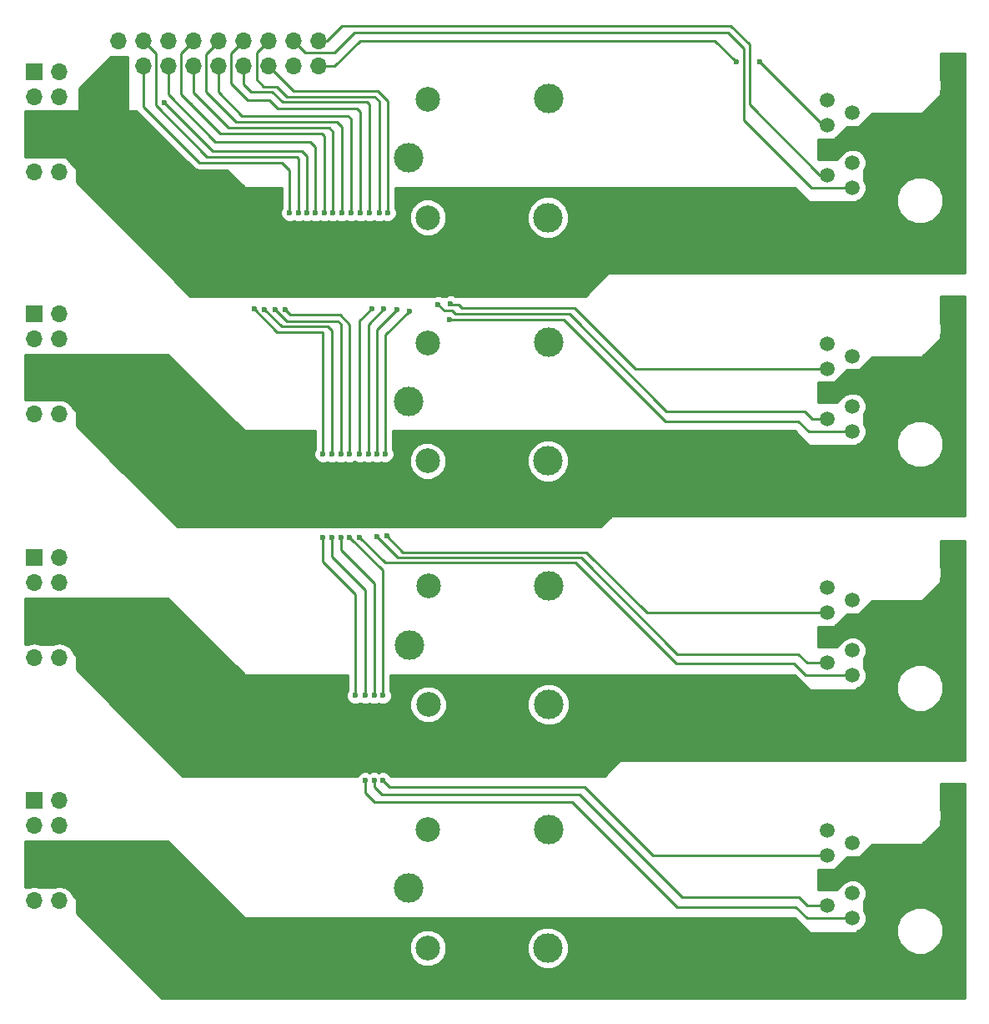
<source format=gbl>
G04 #@! TF.FileFunction,Copper,L2,Bot,Signal*
%FSLAX46Y46*%
G04 Gerber Fmt 4.6, Leading zero omitted, Abs format (unit mm)*
G04 Created by KiCad (PCBNEW 4.0.7) date 03/01/19 13:16:32*
%MOMM*%
%LPD*%
G01*
G04 APERTURE LIST*
%ADD10C,0.100000*%
%ADD11C,1.500000*%
%ADD12C,2.600000*%
%ADD13C,2.500000*%
%ADD14C,3.000000*%
%ADD15R,1.700000X1.700000*%
%ADD16O,1.700000X1.700000*%
%ADD17C,0.600000*%
%ADD18C,0.250000*%
%ADD19C,1.000000*%
%ADD20C,0.254000*%
G04 APERTURE END LIST*
D10*
D11*
X223075500Y-136652000D03*
X223075500Y-139192000D03*
X223075500Y-141732000D03*
X223075500Y-144272000D03*
X220535500Y-135382000D03*
X220535500Y-137922000D03*
X220535500Y-140462000D03*
X220535500Y-143002000D03*
D12*
X233235500Y-147574000D03*
X233235500Y-131826000D03*
D13*
X179940500Y-73169500D03*
D14*
X192140500Y-73169500D03*
X192190500Y-61119500D03*
D13*
X179940500Y-61169500D03*
D14*
X177990500Y-67119500D03*
D13*
X179940500Y-147274000D03*
D14*
X192140500Y-147274000D03*
X192190500Y-135224000D03*
D13*
X179940500Y-135274000D03*
D14*
X177990500Y-141224000D03*
D13*
X179940500Y-97871000D03*
D14*
X192140500Y-97871000D03*
X192190500Y-85821000D03*
D13*
X179940500Y-85871000D03*
D14*
X177990500Y-91821000D03*
D13*
X180004000Y-122572500D03*
D14*
X192204000Y-122572500D03*
X192254000Y-110522500D03*
D13*
X180004000Y-110572500D03*
D14*
X178054000Y-116522500D03*
D15*
X148526500Y-57785000D03*
D16*
X148526500Y-55245000D03*
X151066500Y-57785000D03*
X151066500Y-55245000D03*
X153606500Y-57785000D03*
X153606500Y-55245000D03*
X156146500Y-57785000D03*
X156146500Y-55245000D03*
X158686500Y-57785000D03*
X158686500Y-55245000D03*
X161226500Y-57785000D03*
X161226500Y-55245000D03*
X163766500Y-57785000D03*
X163766500Y-55245000D03*
X166306500Y-57785000D03*
X166306500Y-55245000D03*
X168846500Y-57785000D03*
X168846500Y-55245000D03*
D15*
X140004800Y-58369200D03*
D16*
X142544800Y-58369200D03*
X140004800Y-60909200D03*
X142544800Y-60909200D03*
X140004800Y-63449200D03*
X142544800Y-63449200D03*
X140004800Y-65989200D03*
X142544800Y-65989200D03*
X140004800Y-68529200D03*
X142544800Y-68529200D03*
D15*
X140004800Y-132334000D03*
D16*
X142544800Y-132334000D03*
X140004800Y-134874000D03*
X142544800Y-134874000D03*
X140004800Y-137414000D03*
X142544800Y-137414000D03*
X140004800Y-139954000D03*
X142544800Y-139954000D03*
X140004800Y-142494000D03*
X142544800Y-142494000D03*
D15*
X140004800Y-107645200D03*
D16*
X142544800Y-107645200D03*
X140004800Y-110185200D03*
X142544800Y-110185200D03*
X140004800Y-112725200D03*
X142544800Y-112725200D03*
X140004800Y-115265200D03*
X142544800Y-115265200D03*
X140004800Y-117805200D03*
X142544800Y-117805200D03*
D15*
X140004800Y-82956400D03*
D16*
X142544800Y-82956400D03*
X140004800Y-85496400D03*
X142544800Y-85496400D03*
X140004800Y-88036400D03*
X142544800Y-88036400D03*
X140004800Y-90576400D03*
X142544800Y-90576400D03*
X140004800Y-93116400D03*
X142544800Y-93116400D03*
D11*
X223075500Y-62547500D03*
X223075500Y-65087500D03*
X223075500Y-67627500D03*
X223075500Y-70167500D03*
X220535500Y-61277500D03*
X220535500Y-63817500D03*
X220535500Y-66357500D03*
X220535500Y-68897500D03*
D12*
X233235500Y-73469500D03*
X233235500Y-57721500D03*
D11*
X223075500Y-87249000D03*
X223075500Y-89789000D03*
X223075500Y-92329000D03*
X223075500Y-94869000D03*
X220535500Y-85979000D03*
X220535500Y-88519000D03*
X220535500Y-91059000D03*
X220535500Y-93599000D03*
D12*
X233235500Y-98171000D03*
X233235500Y-82423000D03*
D11*
X223075500Y-112014000D03*
X223075500Y-114554000D03*
X223075500Y-117094000D03*
X223075500Y-119634000D03*
X220535500Y-110744000D03*
X220535500Y-113284000D03*
X220535500Y-115824000D03*
X220535500Y-118364000D03*
D12*
X233235500Y-122936000D03*
X233235500Y-107188000D03*
D17*
X152247600Y-76504800D03*
X152209500Y-101041200D03*
X152019000Y-125730000D03*
X213614000Y-57378600D03*
X211251800Y-57378600D03*
X174040800Y-72694800D03*
X182168800Y-83515200D03*
X173126400Y-72694800D03*
X182270400Y-81940400D03*
X175869600Y-72694800D03*
X181000400Y-81991200D03*
X175006000Y-72694800D03*
X173913800Y-97129600D03*
X175463200Y-82448400D03*
X170332400Y-72694800D03*
X174244000Y-82397600D03*
X169468800Y-72694800D03*
X173024800Y-97155000D03*
X173024800Y-105587800D03*
X178054000Y-82651600D03*
X172161200Y-72694800D03*
X175793400Y-105486200D03*
X175641000Y-97155000D03*
X174777400Y-105537000D03*
X174777400Y-97155000D03*
X176784000Y-82499200D03*
X171196000Y-72694800D03*
X162356800Y-82448400D03*
X172593000Y-121666000D03*
X169291000Y-97155000D03*
X169291000Y-105638600D03*
X165912800Y-72694800D03*
X153212800Y-61518800D03*
X167690800Y-72694800D03*
X164439600Y-82499200D03*
X174498000Y-130302000D03*
X174498000Y-121666000D03*
X171119800Y-97180400D03*
X171119800Y-105638600D03*
X173609000Y-130302000D03*
X173609000Y-121666000D03*
X170205400Y-97155000D03*
X170205400Y-105587800D03*
X166827200Y-72694800D03*
X163372800Y-82499200D03*
X163322000Y-150495000D03*
X165455600Y-82499200D03*
X175387000Y-130302000D03*
X175387000Y-121666000D03*
X172034200Y-97155000D03*
X172034200Y-105613200D03*
X168554400Y-72694800D03*
D18*
X152247600Y-76504800D02*
X152247600Y-76517500D01*
X152247600Y-76517500D02*
X152247600Y-76504800D01*
X152247600Y-76504800D02*
X152247600Y-76517500D01*
X163322000Y-76454000D02*
X163322000Y-76517500D01*
X163322000Y-76517500D02*
X163322000Y-76454000D01*
X163322000Y-76454000D02*
X163322000Y-76517500D01*
X233235500Y-57721500D02*
X233235500Y-73469500D01*
X223075500Y-65087500D02*
X232219500Y-65087500D01*
X233235500Y-64071500D02*
X233235500Y-57721500D01*
X232219500Y-65087500D02*
X233235500Y-64071500D01*
D19*
X157226000Y-76517500D02*
X152247600Y-76517500D01*
X227012500Y-67056000D02*
X225044000Y-65087500D01*
X223075500Y-65087500D02*
X225044000Y-65087500D01*
X222948500Y-76517500D02*
X163322000Y-76517500D01*
X163322000Y-76517500D02*
X157226000Y-76517500D01*
X227012500Y-72453500D02*
X222948500Y-76517500D01*
X227012500Y-72453500D02*
X227012500Y-67056000D01*
X148526500Y-57785000D02*
X148526500Y-59055000D01*
X144272000Y-63309500D02*
X142557500Y-63309500D01*
X148526500Y-59055000D02*
X144272000Y-63309500D01*
X223075500Y-65087500D02*
X222631000Y-65087500D01*
X222631000Y-65087500D02*
X221678500Y-66040000D01*
X221678500Y-66040000D02*
X220853000Y-66040000D01*
X220853000Y-66040000D02*
X220535500Y-66357500D01*
D18*
X140652500Y-63309500D02*
X140017500Y-63309500D01*
D19*
X140017500Y-65849500D02*
X140017500Y-63309500D01*
X142557500Y-65849500D02*
X140017500Y-65849500D01*
X142557500Y-63309500D02*
X142557500Y-65849500D01*
X140017500Y-63309500D02*
X142557500Y-63309500D01*
D18*
X152171400Y-101079300D02*
X152171400Y-101219000D01*
X152209500Y-101041200D02*
X152171400Y-101079300D01*
X165735000Y-101092000D02*
X165735000Y-101219000D01*
X165735000Y-101219000D02*
X165735000Y-101092000D01*
X165735000Y-101092000D02*
X165735000Y-101219000D01*
D19*
X233235500Y-82423000D02*
X233235500Y-98171000D01*
X223075500Y-89789000D02*
X231648000Y-89789000D01*
X233235500Y-88201500D02*
X233235500Y-82423000D01*
X231648000Y-89789000D02*
X233235500Y-88201500D01*
X157226000Y-101219000D02*
X152171400Y-101219000D01*
X227012500Y-91757500D02*
X225044000Y-89789000D01*
X223075500Y-89789000D02*
X225044000Y-89789000D01*
X222948500Y-101219000D02*
X165735000Y-101219000D01*
X165735000Y-101219000D02*
X157226000Y-101219000D01*
X227012500Y-97155000D02*
X222948500Y-101219000D01*
X227012500Y-97155000D02*
X227012500Y-91757500D01*
X223075500Y-89789000D02*
X222631000Y-89789000D01*
X222631000Y-89789000D02*
X221678500Y-90741500D01*
X221678500Y-90741500D02*
X220853000Y-90741500D01*
X220853000Y-90741500D02*
X220535500Y-91059000D01*
D18*
X140652500Y-88011000D02*
X140017500Y-88011000D01*
D19*
X140017500Y-90551000D02*
X140017500Y-88011000D01*
X142557500Y-88011000D02*
X142557500Y-90551000D01*
X140017500Y-88011000D02*
X142557500Y-88011000D01*
X142557500Y-90551000D02*
X140017500Y-90551000D01*
D18*
X152019000Y-125730000D02*
X152019000Y-125920500D01*
X152019000Y-125920500D02*
X152019000Y-125730000D01*
X152019000Y-125730000D02*
X152019000Y-125920500D01*
D19*
X157289500Y-125920500D02*
X152019000Y-125920500D01*
D18*
X140716000Y-112712500D02*
X140081000Y-112712500D01*
D19*
X140081000Y-115252500D02*
X140081000Y-112712500D01*
X142621000Y-115252500D02*
X140081000Y-115252500D01*
X142621000Y-112712500D02*
X142621000Y-115252500D01*
X140081000Y-112712500D02*
X142621000Y-112712500D01*
D18*
X233235500Y-107188000D02*
X233235500Y-122936000D01*
X223075500Y-114554000D02*
X231394000Y-114554000D01*
X233235500Y-112712500D02*
X233235500Y-107188000D01*
X231394000Y-114554000D02*
X233235500Y-112712500D01*
D19*
X227076000Y-116459000D02*
X225107500Y-114490500D01*
X223139000Y-114490500D02*
X225107500Y-114490500D01*
X223012000Y-125920500D02*
X157289500Y-125920500D01*
X227076000Y-121856500D02*
X223012000Y-125920500D01*
X227076000Y-121856500D02*
X227076000Y-116459000D01*
X223139000Y-114490500D02*
X222694500Y-114490500D01*
X222694500Y-114490500D02*
X221742000Y-115443000D01*
X221742000Y-115443000D02*
X220916500Y-115443000D01*
X220916500Y-115443000D02*
X220599000Y-115760500D01*
D18*
X223075500Y-67627500D02*
X223481900Y-67627500D01*
X223075500Y-70167500D02*
X218935300Y-70167500D01*
X212026500Y-63258700D02*
X212026500Y-56007000D01*
X218935300Y-70167500D02*
X212026500Y-63258700D01*
X167513000Y-56451500D02*
X166306500Y-55245000D01*
X212026500Y-56007000D02*
X210439000Y-54419500D01*
X210439000Y-54419500D02*
X172529500Y-54419500D01*
X172529500Y-54419500D02*
X170497500Y-56451500D01*
X170497500Y-56451500D02*
X167513000Y-56451500D01*
X211099400Y-57226200D02*
X211251800Y-57378600D01*
X213614000Y-57378600D02*
X220052900Y-63817500D01*
X220052900Y-63817500D02*
X220535500Y-63817500D01*
X168846500Y-57785000D02*
X170510200Y-57785000D01*
X211099400Y-57226200D02*
X211150200Y-57226200D01*
X209092800Y-55219600D02*
X211099400Y-57226200D01*
X173075600Y-55219600D02*
X209092800Y-55219600D01*
X170510200Y-57785000D02*
X173075600Y-55219600D01*
X220535500Y-68897500D02*
X219773500Y-68897500D01*
X212598000Y-61722000D02*
X212598000Y-58039000D01*
X219773500Y-68897500D02*
X212598000Y-61722000D01*
X168846500Y-55245000D02*
X169735500Y-55245000D01*
X212598000Y-55626000D02*
X212598000Y-58039000D01*
X210693000Y-53721000D02*
X212598000Y-55626000D01*
X171259500Y-53721000D02*
X210693000Y-53721000D01*
X169735500Y-55245000D02*
X171259500Y-53721000D01*
X165214300Y-61455300D02*
X173774100Y-61455300D01*
X174040800Y-61722000D02*
X174040800Y-72694800D01*
X173774100Y-61455300D02*
X174040800Y-61722000D01*
X165214300Y-61455300D02*
X164147500Y-60388500D01*
X161226500Y-57785000D02*
X161226500Y-59626500D01*
X161988500Y-60388500D02*
X161226500Y-59626500D01*
X164147500Y-60388500D02*
X161988500Y-60388500D01*
X217576400Y-93827600D02*
X204063600Y-93827600D01*
X204063600Y-93827600D02*
X193751200Y-83515200D01*
X223075500Y-94869000D02*
X218617800Y-94869000D01*
X218617800Y-94869000D02*
X217576400Y-93827600D01*
X163893500Y-61277500D02*
X161671000Y-61277500D01*
X161671000Y-61277500D02*
X159956500Y-59563000D01*
X159956500Y-59563000D02*
X159956500Y-56515000D01*
X159956500Y-56515000D02*
X161226500Y-55245000D01*
X164693600Y-62077600D02*
X163893500Y-61277500D01*
X172770800Y-62077600D02*
X173126400Y-62433200D01*
X173126400Y-62433200D02*
X173126400Y-72694800D01*
X164693600Y-62077600D02*
X172770800Y-62077600D01*
X193751200Y-83515200D02*
X182168800Y-83515200D01*
X223075500Y-94869000D02*
X223075500Y-95440500D01*
X220535500Y-88519000D02*
X201041000Y-88519000D01*
X201041000Y-88519000D02*
X194868800Y-82346800D01*
X183108600Y-82016600D02*
X182346600Y-82016600D01*
X182346600Y-82016600D02*
X182270400Y-81940400D01*
X183438800Y-82346800D02*
X185724800Y-82346800D01*
X183108600Y-82016600D02*
X183438800Y-82346800D01*
X175869600Y-61366400D02*
X175869600Y-72694800D01*
X166350950Y-60369450D02*
X174872650Y-60369450D01*
X174872650Y-60369450D02*
X175869600Y-61366400D01*
X194868800Y-82346800D02*
X185724800Y-82346800D01*
X166350950Y-60369450D02*
X163766500Y-57785000D01*
X218217750Y-92805250D02*
X204184250Y-92805250D01*
X204184250Y-92805250D02*
X194335400Y-82956400D01*
X181000400Y-81991200D02*
X181610000Y-82600800D01*
X182422800Y-82600800D02*
X182778400Y-82956400D01*
X181610000Y-82600800D02*
X182422800Y-82600800D01*
X183083200Y-82956400D02*
X182778400Y-82956400D01*
X175006000Y-61366400D02*
X175006000Y-72694800D01*
X182880000Y-82956400D02*
X183083200Y-82956400D01*
X165538150Y-60826650D02*
X165538150Y-60839350D01*
X162560000Y-59182000D02*
X162560000Y-56451500D01*
X162560000Y-56451500D02*
X163766500Y-55245000D01*
X165538150Y-60826650D02*
X164592000Y-59880500D01*
X164592000Y-59880500D02*
X163258500Y-59880500D01*
X163258500Y-59880500D02*
X162560000Y-59182000D01*
X165538150Y-60839350D02*
X165608000Y-60909200D01*
X165608000Y-60909200D02*
X174548800Y-60909200D01*
X174548800Y-60909200D02*
X175006000Y-61366400D01*
X183083200Y-82956400D02*
X183388000Y-82956400D01*
X220535500Y-93599000D02*
X219011500Y-93599000D01*
X219011500Y-93599000D02*
X218217750Y-92805250D01*
X194335400Y-82956400D02*
X183438800Y-82956400D01*
X173913800Y-83997800D02*
X173913800Y-84505800D01*
X175463200Y-82448400D02*
X173913800Y-83997800D01*
X173913800Y-84531200D02*
X173913800Y-97129600D01*
X156146500Y-60515500D02*
X156146500Y-57785000D01*
X157162500Y-61531500D02*
X157187900Y-61531500D01*
X170332400Y-64465200D02*
X170332400Y-72694800D01*
X169926000Y-64058800D02*
X170332400Y-64465200D01*
X159715200Y-64058800D02*
X169926000Y-64058800D01*
X157187900Y-61531500D02*
X159715200Y-64058800D01*
X157162500Y-61531500D02*
X156146500Y-60515500D01*
X217106500Y-118427500D02*
X205168500Y-118427500D01*
X205168500Y-118427500D02*
X194945000Y-108204000D01*
X173024800Y-83616800D02*
X173024800Y-84074000D01*
X174244000Y-82397600D02*
X173024800Y-83616800D01*
X154876500Y-60642500D02*
X158902400Y-64668400D01*
X169468800Y-64922400D02*
X169468800Y-72694800D01*
X169214800Y-64668400D02*
X169468800Y-64922400D01*
X158902400Y-64668400D02*
X169214800Y-64668400D01*
X176479200Y-108178600D02*
X176479200Y-108204000D01*
X194945000Y-108204000D02*
X176479200Y-108204000D01*
X223075500Y-119634000D02*
X218313000Y-119634000D01*
X218313000Y-119634000D02*
X217106500Y-118427500D01*
X173024800Y-84074000D02*
X173024800Y-97155000D01*
X173024800Y-105587800D02*
X175641000Y-108204000D01*
X175641000Y-108204000D02*
X176453800Y-108204000D01*
X176453800Y-108204000D02*
X176479200Y-108178600D01*
X154876500Y-56515000D02*
X156146500Y-55245000D01*
X154876500Y-60642500D02*
X154876500Y-56515000D01*
X155956000Y-61722000D02*
X154876500Y-60642500D01*
X223075500Y-119634000D02*
X223075500Y-119888000D01*
X220535500Y-113284000D02*
X202184000Y-113284000D01*
X202184000Y-113284000D02*
X196037200Y-107137200D01*
X175641000Y-85064600D02*
X175641000Y-89179400D01*
X178054000Y-82651600D02*
X175641000Y-85064600D01*
X172161200Y-63144400D02*
X172161200Y-72694800D01*
X171856400Y-62839600D02*
X172161200Y-63144400D01*
X177444400Y-107137200D02*
X177977800Y-107137200D01*
X175793400Y-105486200D02*
X177444400Y-107137200D01*
X175641000Y-89204800D02*
X175641000Y-97155000D01*
X158692850Y-60458350D02*
X158705550Y-60458350D01*
X158705550Y-60458350D02*
X161086800Y-62839600D01*
X158692850Y-60458350D02*
X158686500Y-60452000D01*
X161086800Y-62839600D02*
X171856400Y-62839600D01*
X177977800Y-107137200D02*
X178612800Y-107137200D01*
X196037200Y-107137200D02*
X178612800Y-107137200D01*
X158686500Y-60452000D02*
X158686500Y-57785000D01*
X217582750Y-117443250D02*
X205309048Y-117443250D01*
X205309048Y-117443250D02*
X195561798Y-107696000D01*
X174777400Y-84988400D02*
X174777400Y-85140800D01*
X174777400Y-105537000D02*
X176936400Y-107696000D01*
X174777400Y-85140800D02*
X174777400Y-97155000D01*
X176936400Y-107696000D02*
X177165000Y-107696000D01*
X174777400Y-84505800D02*
X174777400Y-84988400D01*
X174777400Y-84988400D02*
X174777400Y-85064600D01*
X176784000Y-82499200D02*
X174777400Y-84505800D01*
X171196000Y-63957200D02*
X171196000Y-72694800D01*
X170688000Y-63449200D02*
X171196000Y-63957200D01*
X195561798Y-107696000D02*
X177190400Y-107696000D01*
X157429200Y-60401200D02*
X160477200Y-63449200D01*
X160477200Y-63449200D02*
X170688000Y-63449200D01*
X158369000Y-61341000D02*
X157429200Y-60401200D01*
X157429200Y-60401200D02*
X157416500Y-60388500D01*
X157416500Y-60388500D02*
X157416500Y-56578500D01*
X220535500Y-118364000D02*
X218503500Y-118364000D01*
X217582750Y-117443250D02*
X218503500Y-118364000D01*
X157416500Y-56578500D02*
X158686500Y-55308500D01*
X158686500Y-55308500D02*
X158686500Y-55245000D01*
X158686500Y-55245000D02*
X158623000Y-55245000D01*
X164744400Y-84759800D02*
X165074600Y-84759800D01*
X164668200Y-84759800D02*
X164744400Y-84759800D01*
X164744400Y-84759800D02*
X164769800Y-84759800D01*
X162356800Y-82448400D02*
X164668200Y-84759800D01*
X172593000Y-111353600D02*
X172593000Y-112776000D01*
X172593000Y-112776000D02*
X172593000Y-121666000D01*
X165074600Y-84759800D02*
X169240200Y-84759800D01*
X169240200Y-84759800D02*
X169291000Y-84810600D01*
X169291000Y-84810600D02*
X169291000Y-97155000D01*
X169291000Y-105638600D02*
X169291000Y-108051600D01*
X169291000Y-108051600D02*
X172593000Y-111353600D01*
X164846000Y-84759800D02*
X165074600Y-84759800D01*
X151066500Y-57785000D02*
X151066500Y-61963300D01*
X165912800Y-68376800D02*
X165912800Y-72694800D01*
X165150800Y-67614800D02*
X165912800Y-68376800D01*
X156718000Y-67614800D02*
X165150800Y-67614800D01*
X151066500Y-61963300D02*
X156718000Y-67614800D01*
X217646250Y-142144750D02*
X205771750Y-142144750D01*
X205771750Y-142144750D02*
X195326000Y-131699000D01*
X165608000Y-83667600D02*
X165760400Y-83667600D01*
X153212800Y-61518800D02*
X158089600Y-66395600D01*
X158089600Y-66395600D02*
X167182800Y-66395600D01*
X167182800Y-66395600D02*
X167690800Y-66903600D01*
X167690800Y-66903600D02*
X167690800Y-72694800D01*
X175641000Y-131699000D02*
X195326000Y-131699000D01*
X175260000Y-131699000D02*
X175641000Y-131699000D01*
X174498000Y-130937000D02*
X175260000Y-131699000D01*
X174498000Y-130302000D02*
X174498000Y-130937000D01*
X174498000Y-112268000D02*
X174498000Y-121666000D01*
X165760400Y-83667600D02*
X170840400Y-83667600D01*
X170840400Y-83667600D02*
X171119800Y-83947000D01*
X171119800Y-83947000D02*
X171119800Y-97180400D01*
X171119800Y-105638600D02*
X171119800Y-106934000D01*
X171119800Y-106934000D02*
X174498000Y-110312200D01*
X174498000Y-110312200D02*
X174498000Y-112268000D01*
X164439600Y-82499200D02*
X165608000Y-83667600D01*
X218503500Y-143002000D02*
X217646250Y-142144750D01*
X220535500Y-143002000D02*
X218503500Y-143002000D01*
X217297000Y-143129000D02*
X205232000Y-143129000D01*
X205232000Y-143129000D02*
X194564000Y-132461000D01*
X218871800Y-144272000D02*
X218440000Y-144272000D01*
X218440000Y-144272000D02*
X217297000Y-143129000D01*
X223075500Y-144272000D02*
X218871800Y-144272000D01*
X165100000Y-84226400D02*
X165303200Y-84226400D01*
X151066500Y-55245000D02*
X152336500Y-56515000D01*
X152336500Y-59232800D02*
X152336500Y-56515000D01*
X175006000Y-132461000D02*
X194564000Y-132461000D01*
X174498000Y-132461000D02*
X175006000Y-132461000D01*
X152336500Y-61810900D02*
X157530800Y-67005200D01*
X152336500Y-59232800D02*
X152336500Y-61810900D01*
X173609000Y-131572000D02*
X174498000Y-132461000D01*
X173609000Y-130302000D02*
X173609000Y-131572000D01*
X173609000Y-112522000D02*
X173609000Y-121666000D01*
X165303200Y-84226400D02*
X169799000Y-84226400D01*
X169799000Y-84226400D02*
X170205400Y-84632800D01*
X170205400Y-84632800D02*
X170205400Y-97155000D01*
X170205400Y-105587800D02*
X170205400Y-107594400D01*
X170205400Y-107594400D02*
X173609000Y-110998000D01*
X173609000Y-110998000D02*
X173609000Y-112522000D01*
X157530800Y-67005200D02*
X166624000Y-67005200D01*
X166624000Y-67005200D02*
X166827200Y-67208400D01*
X166827200Y-67208400D02*
X166827200Y-72694800D01*
X163372800Y-82499200D02*
X165100000Y-84226400D01*
X223075500Y-144272000D02*
X223075500Y-144589500D01*
D19*
X227012500Y-141160500D02*
X225044000Y-139192000D01*
X225044000Y-139192000D02*
X223075500Y-139192000D01*
X227012500Y-146558000D02*
X227012500Y-141160500D01*
X220853000Y-140144500D02*
X220535500Y-140462000D01*
X221678500Y-140144500D02*
X220853000Y-140144500D01*
X222631000Y-139192000D02*
X221678500Y-140144500D01*
X223075500Y-139192000D02*
X222631000Y-139192000D01*
D18*
X163322000Y-150495000D02*
X163322000Y-150622000D01*
X163322000Y-150622000D02*
X163322000Y-150495000D01*
X163322000Y-150495000D02*
X163322000Y-150622000D01*
X233235500Y-131826000D02*
X233235500Y-147574000D01*
X223075500Y-139192000D02*
X231775000Y-139192000D01*
X233235500Y-137731500D02*
X233235500Y-131826000D01*
X231775000Y-139192000D02*
X233235500Y-137731500D01*
D19*
X140017500Y-137414000D02*
X142557500Y-137414000D01*
X142557500Y-137414000D02*
X142557500Y-139954000D01*
X142557500Y-139954000D02*
X140017500Y-139954000D01*
X140017500Y-139954000D02*
X140017500Y-137414000D01*
D18*
X140652500Y-137414000D02*
X140017500Y-137414000D01*
D19*
X146558000Y-139954000D02*
X148145500Y-141541500D01*
X142557500Y-139954000D02*
X146558000Y-139954000D01*
X157226000Y-150622000D02*
X148145500Y-141541500D01*
X222948500Y-150622000D02*
X163322000Y-150622000D01*
X163322000Y-150622000D02*
X157226000Y-150622000D01*
X227012500Y-146558000D02*
X222948500Y-150622000D01*
D18*
X220535500Y-137922000D02*
X202819000Y-137922000D01*
X202819000Y-137922000D02*
X195834000Y-130937000D01*
X166014400Y-83032600D02*
X166344600Y-83032600D01*
X165989000Y-83032600D02*
X166014400Y-83032600D01*
X166014400Y-83032600D02*
X166039800Y-83032600D01*
X165455600Y-82499200D02*
X165989000Y-83032600D01*
X175387000Y-108966000D02*
X175387000Y-112141000D01*
X175387000Y-112141000D02*
X175387000Y-121666000D01*
X166344600Y-83032600D02*
X171069000Y-83032600D01*
X171069000Y-83032600D02*
X172034200Y-83997800D01*
X172034200Y-83997800D02*
X172034200Y-97155000D01*
X172034200Y-105613200D02*
X175387000Y-108966000D01*
X175387000Y-130302000D02*
X176022000Y-130937000D01*
X176403000Y-130937000D02*
X195834000Y-130937000D01*
X176022000Y-130937000D02*
X176403000Y-130937000D01*
X166116000Y-83032600D02*
X166344600Y-83032600D01*
X168554400Y-66040000D02*
X168554400Y-72694800D01*
X167995600Y-65481200D02*
X168554400Y-66040000D01*
X158394400Y-65481200D02*
X167995600Y-65481200D01*
X153606500Y-60693300D02*
X158394400Y-65481200D01*
X153606500Y-57785000D02*
X153606500Y-60693300D01*
X219329000Y-137922000D02*
X220535500Y-137922000D01*
D20*
G36*
X234442000Y-152388500D02*
X152949106Y-152388500D01*
X148207911Y-147647305D01*
X178055174Y-147647305D01*
X178341543Y-148340372D01*
X178871339Y-148871093D01*
X179563905Y-149158672D01*
X180313805Y-149159326D01*
X181006872Y-148872957D01*
X181537593Y-148343161D01*
X181805979Y-147696815D01*
X190005130Y-147696815D01*
X190329480Y-148481800D01*
X190929541Y-149082909D01*
X191713959Y-149408628D01*
X192563315Y-149409370D01*
X193348300Y-149085020D01*
X193949409Y-148484959D01*
X194275128Y-147700541D01*
X194275870Y-146851185D01*
X193951520Y-146066200D01*
X193899736Y-146014325D01*
X227548087Y-146014325D01*
X227910416Y-146891229D01*
X228580742Y-147562726D01*
X229457013Y-147926585D01*
X230405825Y-147927413D01*
X231282729Y-147565084D01*
X231954226Y-146894758D01*
X232318085Y-146018487D01*
X232318913Y-145069675D01*
X231956584Y-144192771D01*
X231286258Y-143521274D01*
X230409987Y-143157415D01*
X229461175Y-143156587D01*
X228584271Y-143518916D01*
X227912774Y-144189242D01*
X227548915Y-145065513D01*
X227548087Y-146014325D01*
X193899736Y-146014325D01*
X193351459Y-145465091D01*
X192567041Y-145139372D01*
X191717685Y-145138630D01*
X190932700Y-145462980D01*
X190331591Y-146063041D01*
X190005872Y-146847459D01*
X190005130Y-147696815D01*
X181805979Y-147696815D01*
X181825172Y-147650595D01*
X181825826Y-146900695D01*
X181539457Y-146207628D01*
X181009661Y-145676907D01*
X180317095Y-145389328D01*
X179567195Y-145388674D01*
X178874128Y-145675043D01*
X178343407Y-146204839D01*
X178055828Y-146897405D01*
X178055174Y-147647305D01*
X148207911Y-147647305D01*
X144272000Y-143711394D01*
X144272000Y-142316200D01*
X144261994Y-142266790D01*
X144234803Y-142226397D01*
X143948767Y-141940361D01*
X143945854Y-141925715D01*
X143623947Y-141443946D01*
X143142178Y-141122039D01*
X142573893Y-141009000D01*
X142515707Y-141009000D01*
X141947422Y-141122039D01*
X141946882Y-141122400D01*
X140602718Y-141122400D01*
X140602178Y-141122039D01*
X140033893Y-141009000D01*
X139975707Y-141009000D01*
X139407422Y-141122039D01*
X139406882Y-141122400D01*
X139039600Y-141122400D01*
X139039600Y-136474200D01*
X153566594Y-136474200D01*
X161301797Y-144209403D01*
X161343811Y-144237266D01*
X161391600Y-144246600D01*
X217193594Y-144246600D01*
X218654997Y-145708003D01*
X218697011Y-145735866D01*
X218744800Y-145745200D01*
X223393000Y-145745200D01*
X223442410Y-145735194D01*
X223482803Y-145708003D01*
X223662972Y-145527834D01*
X223859015Y-145446831D01*
X224248961Y-145057564D01*
X224460259Y-144548702D01*
X224460740Y-143997715D01*
X224250331Y-143488485D01*
X224231200Y-143469321D01*
X224231200Y-142535294D01*
X224248961Y-142517564D01*
X224460259Y-142008702D01*
X224460740Y-141457715D01*
X224250331Y-140948485D01*
X223861064Y-140558539D01*
X223352202Y-140347241D01*
X222801215Y-140346760D01*
X222291985Y-140557169D01*
X222256204Y-140592887D01*
X222225990Y-140599006D01*
X222185597Y-140626197D01*
X221460794Y-141351000D01*
X219583000Y-141351000D01*
X219583000Y-139344400D01*
X221208600Y-139344400D01*
X221258010Y-139334394D01*
X221298403Y-139307203D01*
X222531206Y-138074400D01*
X223697800Y-138074400D01*
X223747210Y-138064394D01*
X223787603Y-138037203D01*
X225071206Y-136753600D01*
X230073200Y-136753600D01*
X230122610Y-136743594D01*
X230163003Y-136716403D01*
X231991803Y-134887603D01*
X232019666Y-134845589D01*
X232029000Y-134797800D01*
X232029000Y-134378772D01*
X232068128Y-134284541D01*
X232068870Y-133435185D01*
X232029000Y-133338692D01*
X232029000Y-130606800D01*
X234442000Y-130606800D01*
X234442000Y-152388500D01*
X234442000Y-152388500D01*
G37*
X234442000Y-152388500D02*
X152949106Y-152388500D01*
X148207911Y-147647305D01*
X178055174Y-147647305D01*
X178341543Y-148340372D01*
X178871339Y-148871093D01*
X179563905Y-149158672D01*
X180313805Y-149159326D01*
X181006872Y-148872957D01*
X181537593Y-148343161D01*
X181805979Y-147696815D01*
X190005130Y-147696815D01*
X190329480Y-148481800D01*
X190929541Y-149082909D01*
X191713959Y-149408628D01*
X192563315Y-149409370D01*
X193348300Y-149085020D01*
X193949409Y-148484959D01*
X194275128Y-147700541D01*
X194275870Y-146851185D01*
X193951520Y-146066200D01*
X193899736Y-146014325D01*
X227548087Y-146014325D01*
X227910416Y-146891229D01*
X228580742Y-147562726D01*
X229457013Y-147926585D01*
X230405825Y-147927413D01*
X231282729Y-147565084D01*
X231954226Y-146894758D01*
X232318085Y-146018487D01*
X232318913Y-145069675D01*
X231956584Y-144192771D01*
X231286258Y-143521274D01*
X230409987Y-143157415D01*
X229461175Y-143156587D01*
X228584271Y-143518916D01*
X227912774Y-144189242D01*
X227548915Y-145065513D01*
X227548087Y-146014325D01*
X193899736Y-146014325D01*
X193351459Y-145465091D01*
X192567041Y-145139372D01*
X191717685Y-145138630D01*
X190932700Y-145462980D01*
X190331591Y-146063041D01*
X190005872Y-146847459D01*
X190005130Y-147696815D01*
X181805979Y-147696815D01*
X181825172Y-147650595D01*
X181825826Y-146900695D01*
X181539457Y-146207628D01*
X181009661Y-145676907D01*
X180317095Y-145389328D01*
X179567195Y-145388674D01*
X178874128Y-145675043D01*
X178343407Y-146204839D01*
X178055828Y-146897405D01*
X178055174Y-147647305D01*
X148207911Y-147647305D01*
X144272000Y-143711394D01*
X144272000Y-142316200D01*
X144261994Y-142266790D01*
X144234803Y-142226397D01*
X143948767Y-141940361D01*
X143945854Y-141925715D01*
X143623947Y-141443946D01*
X143142178Y-141122039D01*
X142573893Y-141009000D01*
X142515707Y-141009000D01*
X141947422Y-141122039D01*
X141946882Y-141122400D01*
X140602718Y-141122400D01*
X140602178Y-141122039D01*
X140033893Y-141009000D01*
X139975707Y-141009000D01*
X139407422Y-141122039D01*
X139406882Y-141122400D01*
X139039600Y-141122400D01*
X139039600Y-136474200D01*
X153566594Y-136474200D01*
X161301797Y-144209403D01*
X161343811Y-144237266D01*
X161391600Y-144246600D01*
X217193594Y-144246600D01*
X218654997Y-145708003D01*
X218697011Y-145735866D01*
X218744800Y-145745200D01*
X223393000Y-145745200D01*
X223442410Y-145735194D01*
X223482803Y-145708003D01*
X223662972Y-145527834D01*
X223859015Y-145446831D01*
X224248961Y-145057564D01*
X224460259Y-144548702D01*
X224460740Y-143997715D01*
X224250331Y-143488485D01*
X224231200Y-143469321D01*
X224231200Y-142535294D01*
X224248961Y-142517564D01*
X224460259Y-142008702D01*
X224460740Y-141457715D01*
X224250331Y-140948485D01*
X223861064Y-140558539D01*
X223352202Y-140347241D01*
X222801215Y-140346760D01*
X222291985Y-140557169D01*
X222256204Y-140592887D01*
X222225990Y-140599006D01*
X222185597Y-140626197D01*
X221460794Y-141351000D01*
X219583000Y-141351000D01*
X219583000Y-139344400D01*
X221208600Y-139344400D01*
X221258010Y-139334394D01*
X221298403Y-139307203D01*
X222531206Y-138074400D01*
X223697800Y-138074400D01*
X223747210Y-138064394D01*
X223787603Y-138037203D01*
X225071206Y-136753600D01*
X230073200Y-136753600D01*
X230122610Y-136743594D01*
X230163003Y-136716403D01*
X231991803Y-134887603D01*
X232019666Y-134845589D01*
X232029000Y-134797800D01*
X232029000Y-134378772D01*
X232068128Y-134284541D01*
X232068870Y-133435185D01*
X232029000Y-133338692D01*
X232029000Y-130606800D01*
X234442000Y-130606800D01*
X234442000Y-152388500D01*
G36*
X234442000Y-128219200D02*
X199542400Y-128219200D01*
X199492990Y-128229206D01*
X199452597Y-128256397D01*
X197889594Y-129819400D01*
X176199265Y-129819400D01*
X176180117Y-129773057D01*
X175917327Y-129509808D01*
X175573799Y-129367162D01*
X175201833Y-129366838D01*
X174942286Y-129474080D01*
X174684799Y-129367162D01*
X174312833Y-129366838D01*
X174053286Y-129474080D01*
X173795799Y-129367162D01*
X173423833Y-129366838D01*
X173080057Y-129508883D01*
X172816808Y-129771673D01*
X172796990Y-129819400D01*
X155043406Y-129819400D01*
X148169811Y-122945805D01*
X178118674Y-122945805D01*
X178405043Y-123638872D01*
X178934839Y-124169593D01*
X179627405Y-124457172D01*
X180377305Y-124457826D01*
X181070372Y-124171457D01*
X181601093Y-123641661D01*
X181869479Y-122995315D01*
X190068630Y-122995315D01*
X190392980Y-123780300D01*
X190993041Y-124381409D01*
X191777459Y-124707128D01*
X192626815Y-124707870D01*
X193411800Y-124383520D01*
X194012909Y-123783459D01*
X194338628Y-122999041D01*
X194339370Y-122149685D01*
X194019824Y-121376325D01*
X227548087Y-121376325D01*
X227910416Y-122253229D01*
X228580742Y-122924726D01*
X229457013Y-123288585D01*
X230405825Y-123289413D01*
X231282729Y-122927084D01*
X231954226Y-122256758D01*
X232318085Y-121380487D01*
X232318913Y-120431675D01*
X231956584Y-119554771D01*
X231286258Y-118883274D01*
X230409987Y-118519415D01*
X229461175Y-118518587D01*
X228584271Y-118880916D01*
X227912774Y-119551242D01*
X227548915Y-120427513D01*
X227548087Y-121376325D01*
X194019824Y-121376325D01*
X194015020Y-121364700D01*
X193414959Y-120763591D01*
X192630541Y-120437872D01*
X191781185Y-120437130D01*
X190996200Y-120761480D01*
X190395091Y-121361541D01*
X190069372Y-122145959D01*
X190068630Y-122995315D01*
X181869479Y-122995315D01*
X181888672Y-122949095D01*
X181889326Y-122199195D01*
X181602957Y-121506128D01*
X181073161Y-120975407D01*
X180380595Y-120687828D01*
X179630695Y-120687174D01*
X178937628Y-120973543D01*
X178406907Y-121503339D01*
X178119328Y-122195905D01*
X178118674Y-122945805D01*
X148169811Y-122945805D01*
X144272000Y-119047994D01*
X144272000Y-117652800D01*
X144261994Y-117603390D01*
X144234803Y-117562997D01*
X143955074Y-117283268D01*
X143945854Y-117236915D01*
X143623947Y-116755146D01*
X143142178Y-116433239D01*
X142573893Y-116320200D01*
X142515707Y-116320200D01*
X141947422Y-116433239D01*
X141908868Y-116459000D01*
X140640732Y-116459000D01*
X140602178Y-116433239D01*
X140033893Y-116320200D01*
X139975707Y-116320200D01*
X139407422Y-116433239D01*
X139368868Y-116459000D01*
X139039600Y-116459000D01*
X139039600Y-111810800D01*
X153566594Y-111810800D01*
X161301797Y-119546003D01*
X161343811Y-119573866D01*
X161391600Y-119583200D01*
X171833000Y-119583200D01*
X171833000Y-121103537D01*
X171800808Y-121135673D01*
X171658162Y-121479201D01*
X171657838Y-121851167D01*
X171799883Y-122194943D01*
X172062673Y-122458192D01*
X172406201Y-122600838D01*
X172778167Y-122601162D01*
X173101371Y-122467617D01*
X173422201Y-122600838D01*
X173794167Y-122601162D01*
X174053714Y-122493920D01*
X174311201Y-122600838D01*
X174683167Y-122601162D01*
X174942714Y-122493920D01*
X175200201Y-122600838D01*
X175572167Y-122601162D01*
X175915943Y-122459117D01*
X176179192Y-122196327D01*
X176321838Y-121852799D01*
X176322162Y-121480833D01*
X176180117Y-121137057D01*
X176147000Y-121103882D01*
X176147000Y-119583200D01*
X217187398Y-119583200D01*
X217775599Y-120171401D01*
X217794272Y-120183878D01*
X218654997Y-121044603D01*
X218697011Y-121072466D01*
X218744800Y-121081800D01*
X223393000Y-121081800D01*
X223442410Y-121071794D01*
X223482803Y-121044603D01*
X223619687Y-120907719D01*
X223859015Y-120808831D01*
X224248961Y-120419564D01*
X224460259Y-119910702D01*
X224460740Y-119359715D01*
X224250331Y-118850485D01*
X224231200Y-118831321D01*
X224231200Y-117897294D01*
X224248961Y-117879564D01*
X224460259Y-117370702D01*
X224460740Y-116819715D01*
X224250331Y-116310485D01*
X223861064Y-115920539D01*
X223352202Y-115709241D01*
X222801215Y-115708760D01*
X222291985Y-115919169D01*
X222285543Y-115925600D01*
X222275400Y-115925600D01*
X222225990Y-115935606D01*
X222185597Y-115962797D01*
X221460794Y-116687600D01*
X219583000Y-116687600D01*
X219583000Y-114681000D01*
X221208600Y-114681000D01*
X221258010Y-114670994D01*
X221298403Y-114643803D01*
X222531206Y-113411000D01*
X223697800Y-113411000D01*
X223747210Y-113400994D01*
X223787603Y-113373803D01*
X225071206Y-112090200D01*
X230073200Y-112090200D01*
X230122610Y-112080194D01*
X230163003Y-112053003D01*
X231991803Y-110224203D01*
X232019666Y-110182189D01*
X232029000Y-110134400D01*
X232029000Y-109740772D01*
X232068128Y-109646541D01*
X232068870Y-108797185D01*
X232029000Y-108700692D01*
X232029000Y-105943400D01*
X234442000Y-105943400D01*
X234442000Y-128219200D01*
X234442000Y-128219200D01*
G37*
X234442000Y-128219200D02*
X199542400Y-128219200D01*
X199492990Y-128229206D01*
X199452597Y-128256397D01*
X197889594Y-129819400D01*
X176199265Y-129819400D01*
X176180117Y-129773057D01*
X175917327Y-129509808D01*
X175573799Y-129367162D01*
X175201833Y-129366838D01*
X174942286Y-129474080D01*
X174684799Y-129367162D01*
X174312833Y-129366838D01*
X174053286Y-129474080D01*
X173795799Y-129367162D01*
X173423833Y-129366838D01*
X173080057Y-129508883D01*
X172816808Y-129771673D01*
X172796990Y-129819400D01*
X155043406Y-129819400D01*
X148169811Y-122945805D01*
X178118674Y-122945805D01*
X178405043Y-123638872D01*
X178934839Y-124169593D01*
X179627405Y-124457172D01*
X180377305Y-124457826D01*
X181070372Y-124171457D01*
X181601093Y-123641661D01*
X181869479Y-122995315D01*
X190068630Y-122995315D01*
X190392980Y-123780300D01*
X190993041Y-124381409D01*
X191777459Y-124707128D01*
X192626815Y-124707870D01*
X193411800Y-124383520D01*
X194012909Y-123783459D01*
X194338628Y-122999041D01*
X194339370Y-122149685D01*
X194019824Y-121376325D01*
X227548087Y-121376325D01*
X227910416Y-122253229D01*
X228580742Y-122924726D01*
X229457013Y-123288585D01*
X230405825Y-123289413D01*
X231282729Y-122927084D01*
X231954226Y-122256758D01*
X232318085Y-121380487D01*
X232318913Y-120431675D01*
X231956584Y-119554771D01*
X231286258Y-118883274D01*
X230409987Y-118519415D01*
X229461175Y-118518587D01*
X228584271Y-118880916D01*
X227912774Y-119551242D01*
X227548915Y-120427513D01*
X227548087Y-121376325D01*
X194019824Y-121376325D01*
X194015020Y-121364700D01*
X193414959Y-120763591D01*
X192630541Y-120437872D01*
X191781185Y-120437130D01*
X190996200Y-120761480D01*
X190395091Y-121361541D01*
X190069372Y-122145959D01*
X190068630Y-122995315D01*
X181869479Y-122995315D01*
X181888672Y-122949095D01*
X181889326Y-122199195D01*
X181602957Y-121506128D01*
X181073161Y-120975407D01*
X180380595Y-120687828D01*
X179630695Y-120687174D01*
X178937628Y-120973543D01*
X178406907Y-121503339D01*
X178119328Y-122195905D01*
X178118674Y-122945805D01*
X148169811Y-122945805D01*
X144272000Y-119047994D01*
X144272000Y-117652800D01*
X144261994Y-117603390D01*
X144234803Y-117562997D01*
X143955074Y-117283268D01*
X143945854Y-117236915D01*
X143623947Y-116755146D01*
X143142178Y-116433239D01*
X142573893Y-116320200D01*
X142515707Y-116320200D01*
X141947422Y-116433239D01*
X141908868Y-116459000D01*
X140640732Y-116459000D01*
X140602178Y-116433239D01*
X140033893Y-116320200D01*
X139975707Y-116320200D01*
X139407422Y-116433239D01*
X139368868Y-116459000D01*
X139039600Y-116459000D01*
X139039600Y-111810800D01*
X153566594Y-111810800D01*
X161301797Y-119546003D01*
X161343811Y-119573866D01*
X161391600Y-119583200D01*
X171833000Y-119583200D01*
X171833000Y-121103537D01*
X171800808Y-121135673D01*
X171658162Y-121479201D01*
X171657838Y-121851167D01*
X171799883Y-122194943D01*
X172062673Y-122458192D01*
X172406201Y-122600838D01*
X172778167Y-122601162D01*
X173101371Y-122467617D01*
X173422201Y-122600838D01*
X173794167Y-122601162D01*
X174053714Y-122493920D01*
X174311201Y-122600838D01*
X174683167Y-122601162D01*
X174942714Y-122493920D01*
X175200201Y-122600838D01*
X175572167Y-122601162D01*
X175915943Y-122459117D01*
X176179192Y-122196327D01*
X176321838Y-121852799D01*
X176322162Y-121480833D01*
X176180117Y-121137057D01*
X176147000Y-121103882D01*
X176147000Y-119583200D01*
X217187398Y-119583200D01*
X217775599Y-120171401D01*
X217794272Y-120183878D01*
X218654997Y-121044603D01*
X218697011Y-121072466D01*
X218744800Y-121081800D01*
X223393000Y-121081800D01*
X223442410Y-121071794D01*
X223482803Y-121044603D01*
X223619687Y-120907719D01*
X223859015Y-120808831D01*
X224248961Y-120419564D01*
X224460259Y-119910702D01*
X224460740Y-119359715D01*
X224250331Y-118850485D01*
X224231200Y-118831321D01*
X224231200Y-117897294D01*
X224248961Y-117879564D01*
X224460259Y-117370702D01*
X224460740Y-116819715D01*
X224250331Y-116310485D01*
X223861064Y-115920539D01*
X223352202Y-115709241D01*
X222801215Y-115708760D01*
X222291985Y-115919169D01*
X222285543Y-115925600D01*
X222275400Y-115925600D01*
X222225990Y-115935606D01*
X222185597Y-115962797D01*
X221460794Y-116687600D01*
X219583000Y-116687600D01*
X219583000Y-114681000D01*
X221208600Y-114681000D01*
X221258010Y-114670994D01*
X221298403Y-114643803D01*
X222531206Y-113411000D01*
X223697800Y-113411000D01*
X223747210Y-113400994D01*
X223787603Y-113373803D01*
X225071206Y-112090200D01*
X230073200Y-112090200D01*
X230122610Y-112080194D01*
X230163003Y-112053003D01*
X231991803Y-110224203D01*
X232019666Y-110182189D01*
X232029000Y-110134400D01*
X232029000Y-109740772D01*
X232068128Y-109646541D01*
X232068870Y-108797185D01*
X232029000Y-108700692D01*
X232029000Y-105943400D01*
X234442000Y-105943400D01*
X234442000Y-128219200D01*
G36*
X234442000Y-103454200D02*
X198653400Y-103454200D01*
X198603990Y-103464206D01*
X198563597Y-103491397D01*
X197508594Y-104546400D01*
X154535406Y-104546400D01*
X148233311Y-98244305D01*
X178055174Y-98244305D01*
X178341543Y-98937372D01*
X178871339Y-99468093D01*
X179563905Y-99755672D01*
X180313805Y-99756326D01*
X181006872Y-99469957D01*
X181537593Y-98940161D01*
X181805979Y-98293815D01*
X190005130Y-98293815D01*
X190329480Y-99078800D01*
X190929541Y-99679909D01*
X191713959Y-100005628D01*
X192563315Y-100006370D01*
X193348300Y-99682020D01*
X193949409Y-99081959D01*
X194275128Y-98297541D01*
X194275870Y-97448185D01*
X193951520Y-96663200D01*
X193899736Y-96611325D01*
X227548087Y-96611325D01*
X227910416Y-97488229D01*
X228580742Y-98159726D01*
X229457013Y-98523585D01*
X230405825Y-98524413D01*
X231282729Y-98162084D01*
X231954226Y-97491758D01*
X232318085Y-96615487D01*
X232318913Y-95666675D01*
X231956584Y-94789771D01*
X231286258Y-94118274D01*
X230409987Y-93754415D01*
X229461175Y-93753587D01*
X228584271Y-94115916D01*
X227912774Y-94786242D01*
X227548915Y-95662513D01*
X227548087Y-96611325D01*
X193899736Y-96611325D01*
X193351459Y-96062091D01*
X192567041Y-95736372D01*
X191717685Y-95735630D01*
X190932700Y-96059980D01*
X190331591Y-96660041D01*
X190005872Y-97444459D01*
X190005130Y-98293815D01*
X181805979Y-98293815D01*
X181825172Y-98247595D01*
X181825826Y-97497695D01*
X181539457Y-96804628D01*
X181009661Y-96273907D01*
X180317095Y-95986328D01*
X179567195Y-95985674D01*
X178874128Y-96272043D01*
X178343407Y-96801839D01*
X178055828Y-97494405D01*
X178055174Y-98244305D01*
X148233311Y-98244305D01*
X144272000Y-94282994D01*
X144272000Y-92887800D01*
X144261994Y-92838390D01*
X144234803Y-92797997D01*
X143867187Y-92430381D01*
X143623947Y-92066346D01*
X143259912Y-91823106D01*
X143168003Y-91731197D01*
X143125989Y-91703334D01*
X143078200Y-91694000D01*
X142888604Y-91694000D01*
X142573893Y-91631400D01*
X142515707Y-91631400D01*
X142200996Y-91694000D01*
X140348604Y-91694000D01*
X140033893Y-91631400D01*
X139975707Y-91631400D01*
X139660996Y-91694000D01*
X139039600Y-91694000D01*
X139039600Y-87045800D01*
X153566594Y-87045800D01*
X161301797Y-94781003D01*
X161343811Y-94808866D01*
X161391600Y-94818200D01*
X168531000Y-94818200D01*
X168531000Y-96592537D01*
X168498808Y-96624673D01*
X168356162Y-96968201D01*
X168355838Y-97340167D01*
X168497883Y-97683943D01*
X168760673Y-97947192D01*
X169104201Y-98089838D01*
X169476167Y-98090162D01*
X169748446Y-97977659D01*
X170018601Y-98089838D01*
X170390567Y-98090162D01*
X170632185Y-97990328D01*
X170933001Y-98115238D01*
X171304967Y-98115562D01*
X171607906Y-97990390D01*
X171847401Y-98089838D01*
X172219367Y-98090162D01*
X172529840Y-97961878D01*
X172838001Y-98089838D01*
X173209967Y-98090162D01*
X173500175Y-97970251D01*
X173727001Y-98064438D01*
X174098967Y-98064762D01*
X174315122Y-97975449D01*
X174590601Y-98089838D01*
X174962567Y-98090162D01*
X175209383Y-97988180D01*
X175454201Y-98089838D01*
X175826167Y-98090162D01*
X176169943Y-97948117D01*
X176433192Y-97685327D01*
X176575838Y-97341799D01*
X176576162Y-96969833D01*
X176434117Y-96626057D01*
X176401000Y-96592882D01*
X176401000Y-94818200D01*
X217193594Y-94818200D01*
X218654997Y-96279603D01*
X218697011Y-96307466D01*
X218744800Y-96316800D01*
X223393000Y-96316800D01*
X223442410Y-96306794D01*
X223482803Y-96279603D01*
X223619687Y-96142719D01*
X223859015Y-96043831D01*
X224248961Y-95654564D01*
X224460259Y-95145702D01*
X224460740Y-94594715D01*
X224250331Y-94085485D01*
X224231200Y-94066321D01*
X224231200Y-93132294D01*
X224248961Y-93114564D01*
X224460259Y-92605702D01*
X224460740Y-92054715D01*
X224250331Y-91545485D01*
X223861064Y-91155539D01*
X223352202Y-90944241D01*
X222801215Y-90943760D01*
X222291985Y-91154169D01*
X222285543Y-91160600D01*
X222275400Y-91160600D01*
X222225990Y-91170606D01*
X222185597Y-91197797D01*
X221460794Y-91922600D01*
X219583000Y-91922600D01*
X219583000Y-89916000D01*
X221208600Y-89916000D01*
X221258010Y-89905994D01*
X221298403Y-89878803D01*
X222531206Y-88646000D01*
X223697800Y-88646000D01*
X223747210Y-88635994D01*
X223787603Y-88608803D01*
X225071206Y-87325200D01*
X230073200Y-87325200D01*
X230122610Y-87315194D01*
X230163003Y-87288003D01*
X231991803Y-85459203D01*
X232019666Y-85417189D01*
X232029000Y-85369400D01*
X232029000Y-84975772D01*
X232068128Y-84881541D01*
X232068870Y-84032185D01*
X232029000Y-83935692D01*
X232029000Y-81178400D01*
X234442000Y-81178400D01*
X234442000Y-103454200D01*
X234442000Y-103454200D01*
G37*
X234442000Y-103454200D02*
X198653400Y-103454200D01*
X198603990Y-103464206D01*
X198563597Y-103491397D01*
X197508594Y-104546400D01*
X154535406Y-104546400D01*
X148233311Y-98244305D01*
X178055174Y-98244305D01*
X178341543Y-98937372D01*
X178871339Y-99468093D01*
X179563905Y-99755672D01*
X180313805Y-99756326D01*
X181006872Y-99469957D01*
X181537593Y-98940161D01*
X181805979Y-98293815D01*
X190005130Y-98293815D01*
X190329480Y-99078800D01*
X190929541Y-99679909D01*
X191713959Y-100005628D01*
X192563315Y-100006370D01*
X193348300Y-99682020D01*
X193949409Y-99081959D01*
X194275128Y-98297541D01*
X194275870Y-97448185D01*
X193951520Y-96663200D01*
X193899736Y-96611325D01*
X227548087Y-96611325D01*
X227910416Y-97488229D01*
X228580742Y-98159726D01*
X229457013Y-98523585D01*
X230405825Y-98524413D01*
X231282729Y-98162084D01*
X231954226Y-97491758D01*
X232318085Y-96615487D01*
X232318913Y-95666675D01*
X231956584Y-94789771D01*
X231286258Y-94118274D01*
X230409987Y-93754415D01*
X229461175Y-93753587D01*
X228584271Y-94115916D01*
X227912774Y-94786242D01*
X227548915Y-95662513D01*
X227548087Y-96611325D01*
X193899736Y-96611325D01*
X193351459Y-96062091D01*
X192567041Y-95736372D01*
X191717685Y-95735630D01*
X190932700Y-96059980D01*
X190331591Y-96660041D01*
X190005872Y-97444459D01*
X190005130Y-98293815D01*
X181805979Y-98293815D01*
X181825172Y-98247595D01*
X181825826Y-97497695D01*
X181539457Y-96804628D01*
X181009661Y-96273907D01*
X180317095Y-95986328D01*
X179567195Y-95985674D01*
X178874128Y-96272043D01*
X178343407Y-96801839D01*
X178055828Y-97494405D01*
X178055174Y-98244305D01*
X148233311Y-98244305D01*
X144272000Y-94282994D01*
X144272000Y-92887800D01*
X144261994Y-92838390D01*
X144234803Y-92797997D01*
X143867187Y-92430381D01*
X143623947Y-92066346D01*
X143259912Y-91823106D01*
X143168003Y-91731197D01*
X143125989Y-91703334D01*
X143078200Y-91694000D01*
X142888604Y-91694000D01*
X142573893Y-91631400D01*
X142515707Y-91631400D01*
X142200996Y-91694000D01*
X140348604Y-91694000D01*
X140033893Y-91631400D01*
X139975707Y-91631400D01*
X139660996Y-91694000D01*
X139039600Y-91694000D01*
X139039600Y-87045800D01*
X153566594Y-87045800D01*
X161301797Y-94781003D01*
X161343811Y-94808866D01*
X161391600Y-94818200D01*
X168531000Y-94818200D01*
X168531000Y-96592537D01*
X168498808Y-96624673D01*
X168356162Y-96968201D01*
X168355838Y-97340167D01*
X168497883Y-97683943D01*
X168760673Y-97947192D01*
X169104201Y-98089838D01*
X169476167Y-98090162D01*
X169748446Y-97977659D01*
X170018601Y-98089838D01*
X170390567Y-98090162D01*
X170632185Y-97990328D01*
X170933001Y-98115238D01*
X171304967Y-98115562D01*
X171607906Y-97990390D01*
X171847401Y-98089838D01*
X172219367Y-98090162D01*
X172529840Y-97961878D01*
X172838001Y-98089838D01*
X173209967Y-98090162D01*
X173500175Y-97970251D01*
X173727001Y-98064438D01*
X174098967Y-98064762D01*
X174315122Y-97975449D01*
X174590601Y-98089838D01*
X174962567Y-98090162D01*
X175209383Y-97988180D01*
X175454201Y-98089838D01*
X175826167Y-98090162D01*
X176169943Y-97948117D01*
X176433192Y-97685327D01*
X176575838Y-97341799D01*
X176576162Y-96969833D01*
X176434117Y-96626057D01*
X176401000Y-96592882D01*
X176401000Y-94818200D01*
X217193594Y-94818200D01*
X218654997Y-96279603D01*
X218697011Y-96307466D01*
X218744800Y-96316800D01*
X223393000Y-96316800D01*
X223442410Y-96306794D01*
X223482803Y-96279603D01*
X223619687Y-96142719D01*
X223859015Y-96043831D01*
X224248961Y-95654564D01*
X224460259Y-95145702D01*
X224460740Y-94594715D01*
X224250331Y-94085485D01*
X224231200Y-94066321D01*
X224231200Y-93132294D01*
X224248961Y-93114564D01*
X224460259Y-92605702D01*
X224460740Y-92054715D01*
X224250331Y-91545485D01*
X223861064Y-91155539D01*
X223352202Y-90944241D01*
X222801215Y-90943760D01*
X222291985Y-91154169D01*
X222285543Y-91160600D01*
X222275400Y-91160600D01*
X222225990Y-91170606D01*
X222185597Y-91197797D01*
X221460794Y-91922600D01*
X219583000Y-91922600D01*
X219583000Y-89916000D01*
X221208600Y-89916000D01*
X221258010Y-89905994D01*
X221298403Y-89878803D01*
X222531206Y-88646000D01*
X223697800Y-88646000D01*
X223747210Y-88635994D01*
X223787603Y-88608803D01*
X225071206Y-87325200D01*
X230073200Y-87325200D01*
X230122610Y-87315194D01*
X230163003Y-87288003D01*
X231991803Y-85459203D01*
X232019666Y-85417189D01*
X232029000Y-85369400D01*
X232029000Y-84975772D01*
X232068128Y-84881541D01*
X232068870Y-84032185D01*
X232029000Y-83935692D01*
X232029000Y-81178400D01*
X234442000Y-81178400D01*
X234442000Y-103454200D01*
G36*
X234442000Y-78765400D02*
X198348600Y-78765400D01*
X198299190Y-78775406D01*
X198258797Y-78802597D01*
X195933794Y-81127600D01*
X182751098Y-81127600D01*
X182457199Y-81005562D01*
X182085233Y-81005238D01*
X181789094Y-81127600D01*
X181358758Y-81127600D01*
X181187199Y-81056362D01*
X180815233Y-81056038D01*
X180642039Y-81127600D01*
X155805406Y-81127600D01*
X144272000Y-69594194D01*
X144272000Y-68199000D01*
X144261994Y-68149590D01*
X144234803Y-68109197D01*
X143662599Y-67536993D01*
X143623947Y-67479146D01*
X143566100Y-67440494D01*
X143168003Y-67042397D01*
X143125989Y-67014534D01*
X143078200Y-67005200D01*
X139039600Y-67005200D01*
X139039600Y-62357000D01*
X139788690Y-62357000D01*
X139975707Y-62394200D01*
X140033893Y-62394200D01*
X140220910Y-62357000D01*
X142328690Y-62357000D01*
X142515707Y-62394200D01*
X142573893Y-62394200D01*
X142760910Y-62357000D01*
X144424400Y-62357000D01*
X144473810Y-62346994D01*
X144515435Y-62318553D01*
X144542715Y-62276159D01*
X144551400Y-62230000D01*
X144551400Y-60072806D01*
X147753606Y-56870600D01*
X149453600Y-56870600D01*
X149453600Y-62230000D01*
X149463606Y-62279410D01*
X149492047Y-62321035D01*
X149534441Y-62348315D01*
X149580600Y-62357000D01*
X150433081Y-62357000D01*
X150529099Y-62500701D01*
X156180599Y-68152201D01*
X156427161Y-68316948D01*
X156718000Y-68374800D01*
X159584394Y-68374800D01*
X161301797Y-70092203D01*
X161343811Y-70120066D01*
X161391600Y-70129400D01*
X165152800Y-70129400D01*
X165152800Y-72132337D01*
X165120608Y-72164473D01*
X164977962Y-72508001D01*
X164977638Y-72879967D01*
X165119683Y-73223743D01*
X165382473Y-73486992D01*
X165726001Y-73629638D01*
X166097967Y-73629962D01*
X166370246Y-73517459D01*
X166640401Y-73629638D01*
X167012367Y-73629962D01*
X167259183Y-73527980D01*
X167504001Y-73629638D01*
X167875967Y-73629962D01*
X168122783Y-73527980D01*
X168367601Y-73629638D01*
X168739567Y-73629962D01*
X169011846Y-73517459D01*
X169282001Y-73629638D01*
X169653967Y-73629962D01*
X169900783Y-73527980D01*
X170145601Y-73629638D01*
X170517567Y-73629962D01*
X170764383Y-73527980D01*
X171009201Y-73629638D01*
X171381167Y-73629962D01*
X171678908Y-73506938D01*
X171974401Y-73629638D01*
X172346367Y-73629962D01*
X172644108Y-73506938D01*
X172939601Y-73629638D01*
X173311567Y-73629962D01*
X173583846Y-73517459D01*
X173854001Y-73629638D01*
X174225967Y-73629962D01*
X174523708Y-73506938D01*
X174819201Y-73629638D01*
X175191167Y-73629962D01*
X175437983Y-73527980D01*
X175682801Y-73629638D01*
X176054767Y-73629962D01*
X176265703Y-73542805D01*
X178055174Y-73542805D01*
X178341543Y-74235872D01*
X178871339Y-74766593D01*
X179563905Y-75054172D01*
X180313805Y-75054826D01*
X181006872Y-74768457D01*
X181537593Y-74238661D01*
X181805979Y-73592315D01*
X190005130Y-73592315D01*
X190329480Y-74377300D01*
X190929541Y-74978409D01*
X191713959Y-75304128D01*
X192563315Y-75304870D01*
X193348300Y-74980520D01*
X193949409Y-74380459D01*
X194275128Y-73596041D01*
X194275870Y-72746685D01*
X193951520Y-71961700D01*
X193899736Y-71909825D01*
X227548087Y-71909825D01*
X227910416Y-72786729D01*
X228580742Y-73458226D01*
X229457013Y-73822085D01*
X230405825Y-73822913D01*
X231282729Y-73460584D01*
X231954226Y-72790258D01*
X232318085Y-71913987D01*
X232318913Y-70965175D01*
X231956584Y-70088271D01*
X231286258Y-69416774D01*
X230409987Y-69052915D01*
X229461175Y-69052087D01*
X228584271Y-69414416D01*
X227912774Y-70084742D01*
X227548915Y-70961013D01*
X227548087Y-71909825D01*
X193899736Y-71909825D01*
X193351459Y-71360591D01*
X192567041Y-71034872D01*
X191717685Y-71034130D01*
X190932700Y-71358480D01*
X190331591Y-71958541D01*
X190005872Y-72742959D01*
X190005130Y-73592315D01*
X181805979Y-73592315D01*
X181825172Y-73546095D01*
X181825826Y-72796195D01*
X181539457Y-72103128D01*
X181009661Y-71572407D01*
X180317095Y-71284828D01*
X179567195Y-71284174D01*
X178874128Y-71570543D01*
X178343407Y-72100339D01*
X178055828Y-72792905D01*
X178055174Y-73542805D01*
X176265703Y-73542805D01*
X176398543Y-73487917D01*
X176661792Y-73225127D01*
X176804438Y-72881599D01*
X176804762Y-72509633D01*
X176662717Y-72165857D01*
X176629600Y-72132682D01*
X176629600Y-70129400D01*
X217193594Y-70129400D01*
X218654997Y-71590803D01*
X218697011Y-71618666D01*
X218744800Y-71628000D01*
X223393000Y-71628000D01*
X223442410Y-71617994D01*
X223482803Y-71590803D01*
X223641329Y-71432277D01*
X223859015Y-71342331D01*
X224248961Y-70953064D01*
X224460259Y-70444202D01*
X224460740Y-69893215D01*
X224250331Y-69383985D01*
X224231200Y-69364821D01*
X224231200Y-68430794D01*
X224248961Y-68413064D01*
X224460259Y-67904202D01*
X224460740Y-67353215D01*
X224250331Y-66843985D01*
X223861064Y-66454039D01*
X223352202Y-66242741D01*
X222801215Y-66242260D01*
X222291985Y-66452669D01*
X222272164Y-66472455D01*
X222225990Y-66481806D01*
X222185597Y-66508997D01*
X221460794Y-67233800D01*
X219583000Y-67233800D01*
X219583000Y-65227200D01*
X221208600Y-65227200D01*
X221258010Y-65217194D01*
X221298403Y-65190003D01*
X222531206Y-63957200D01*
X223697800Y-63957200D01*
X223747210Y-63947194D01*
X223787603Y-63920003D01*
X225071206Y-62636400D01*
X230073200Y-62636400D01*
X230122610Y-62626394D01*
X230163003Y-62599203D01*
X231991803Y-60770403D01*
X232019666Y-60728389D01*
X232029000Y-60680600D01*
X232029000Y-60274272D01*
X232068128Y-60180041D01*
X232068870Y-59330685D01*
X232029000Y-59234192D01*
X232029000Y-56489600D01*
X234442000Y-56489600D01*
X234442000Y-78765400D01*
X234442000Y-78765400D01*
G37*
X234442000Y-78765400D02*
X198348600Y-78765400D01*
X198299190Y-78775406D01*
X198258797Y-78802597D01*
X195933794Y-81127600D01*
X182751098Y-81127600D01*
X182457199Y-81005562D01*
X182085233Y-81005238D01*
X181789094Y-81127600D01*
X181358758Y-81127600D01*
X181187199Y-81056362D01*
X180815233Y-81056038D01*
X180642039Y-81127600D01*
X155805406Y-81127600D01*
X144272000Y-69594194D01*
X144272000Y-68199000D01*
X144261994Y-68149590D01*
X144234803Y-68109197D01*
X143662599Y-67536993D01*
X143623947Y-67479146D01*
X143566100Y-67440494D01*
X143168003Y-67042397D01*
X143125989Y-67014534D01*
X143078200Y-67005200D01*
X139039600Y-67005200D01*
X139039600Y-62357000D01*
X139788690Y-62357000D01*
X139975707Y-62394200D01*
X140033893Y-62394200D01*
X140220910Y-62357000D01*
X142328690Y-62357000D01*
X142515707Y-62394200D01*
X142573893Y-62394200D01*
X142760910Y-62357000D01*
X144424400Y-62357000D01*
X144473810Y-62346994D01*
X144515435Y-62318553D01*
X144542715Y-62276159D01*
X144551400Y-62230000D01*
X144551400Y-60072806D01*
X147753606Y-56870600D01*
X149453600Y-56870600D01*
X149453600Y-62230000D01*
X149463606Y-62279410D01*
X149492047Y-62321035D01*
X149534441Y-62348315D01*
X149580600Y-62357000D01*
X150433081Y-62357000D01*
X150529099Y-62500701D01*
X156180599Y-68152201D01*
X156427161Y-68316948D01*
X156718000Y-68374800D01*
X159584394Y-68374800D01*
X161301797Y-70092203D01*
X161343811Y-70120066D01*
X161391600Y-70129400D01*
X165152800Y-70129400D01*
X165152800Y-72132337D01*
X165120608Y-72164473D01*
X164977962Y-72508001D01*
X164977638Y-72879967D01*
X165119683Y-73223743D01*
X165382473Y-73486992D01*
X165726001Y-73629638D01*
X166097967Y-73629962D01*
X166370246Y-73517459D01*
X166640401Y-73629638D01*
X167012367Y-73629962D01*
X167259183Y-73527980D01*
X167504001Y-73629638D01*
X167875967Y-73629962D01*
X168122783Y-73527980D01*
X168367601Y-73629638D01*
X168739567Y-73629962D01*
X169011846Y-73517459D01*
X169282001Y-73629638D01*
X169653967Y-73629962D01*
X169900783Y-73527980D01*
X170145601Y-73629638D01*
X170517567Y-73629962D01*
X170764383Y-73527980D01*
X171009201Y-73629638D01*
X171381167Y-73629962D01*
X171678908Y-73506938D01*
X171974401Y-73629638D01*
X172346367Y-73629962D01*
X172644108Y-73506938D01*
X172939601Y-73629638D01*
X173311567Y-73629962D01*
X173583846Y-73517459D01*
X173854001Y-73629638D01*
X174225967Y-73629962D01*
X174523708Y-73506938D01*
X174819201Y-73629638D01*
X175191167Y-73629962D01*
X175437983Y-73527980D01*
X175682801Y-73629638D01*
X176054767Y-73629962D01*
X176265703Y-73542805D01*
X178055174Y-73542805D01*
X178341543Y-74235872D01*
X178871339Y-74766593D01*
X179563905Y-75054172D01*
X180313805Y-75054826D01*
X181006872Y-74768457D01*
X181537593Y-74238661D01*
X181805979Y-73592315D01*
X190005130Y-73592315D01*
X190329480Y-74377300D01*
X190929541Y-74978409D01*
X191713959Y-75304128D01*
X192563315Y-75304870D01*
X193348300Y-74980520D01*
X193949409Y-74380459D01*
X194275128Y-73596041D01*
X194275870Y-72746685D01*
X193951520Y-71961700D01*
X193899736Y-71909825D01*
X227548087Y-71909825D01*
X227910416Y-72786729D01*
X228580742Y-73458226D01*
X229457013Y-73822085D01*
X230405825Y-73822913D01*
X231282729Y-73460584D01*
X231954226Y-72790258D01*
X232318085Y-71913987D01*
X232318913Y-70965175D01*
X231956584Y-70088271D01*
X231286258Y-69416774D01*
X230409987Y-69052915D01*
X229461175Y-69052087D01*
X228584271Y-69414416D01*
X227912774Y-70084742D01*
X227548915Y-70961013D01*
X227548087Y-71909825D01*
X193899736Y-71909825D01*
X193351459Y-71360591D01*
X192567041Y-71034872D01*
X191717685Y-71034130D01*
X190932700Y-71358480D01*
X190331591Y-71958541D01*
X190005872Y-72742959D01*
X190005130Y-73592315D01*
X181805979Y-73592315D01*
X181825172Y-73546095D01*
X181825826Y-72796195D01*
X181539457Y-72103128D01*
X181009661Y-71572407D01*
X180317095Y-71284828D01*
X179567195Y-71284174D01*
X178874128Y-71570543D01*
X178343407Y-72100339D01*
X178055828Y-72792905D01*
X178055174Y-73542805D01*
X176265703Y-73542805D01*
X176398543Y-73487917D01*
X176661792Y-73225127D01*
X176804438Y-72881599D01*
X176804762Y-72509633D01*
X176662717Y-72165857D01*
X176629600Y-72132682D01*
X176629600Y-70129400D01*
X217193594Y-70129400D01*
X218654997Y-71590803D01*
X218697011Y-71618666D01*
X218744800Y-71628000D01*
X223393000Y-71628000D01*
X223442410Y-71617994D01*
X223482803Y-71590803D01*
X223641329Y-71432277D01*
X223859015Y-71342331D01*
X224248961Y-70953064D01*
X224460259Y-70444202D01*
X224460740Y-69893215D01*
X224250331Y-69383985D01*
X224231200Y-69364821D01*
X224231200Y-68430794D01*
X224248961Y-68413064D01*
X224460259Y-67904202D01*
X224460740Y-67353215D01*
X224250331Y-66843985D01*
X223861064Y-66454039D01*
X223352202Y-66242741D01*
X222801215Y-66242260D01*
X222291985Y-66452669D01*
X222272164Y-66472455D01*
X222225990Y-66481806D01*
X222185597Y-66508997D01*
X221460794Y-67233800D01*
X219583000Y-67233800D01*
X219583000Y-65227200D01*
X221208600Y-65227200D01*
X221258010Y-65217194D01*
X221298403Y-65190003D01*
X222531206Y-63957200D01*
X223697800Y-63957200D01*
X223747210Y-63947194D01*
X223787603Y-63920003D01*
X225071206Y-62636400D01*
X230073200Y-62636400D01*
X230122610Y-62626394D01*
X230163003Y-62599203D01*
X231991803Y-60770403D01*
X232019666Y-60728389D01*
X232029000Y-60680600D01*
X232029000Y-60274272D01*
X232068128Y-60180041D01*
X232068870Y-59330685D01*
X232029000Y-59234192D01*
X232029000Y-56489600D01*
X234442000Y-56489600D01*
X234442000Y-78765400D01*
M02*

</source>
